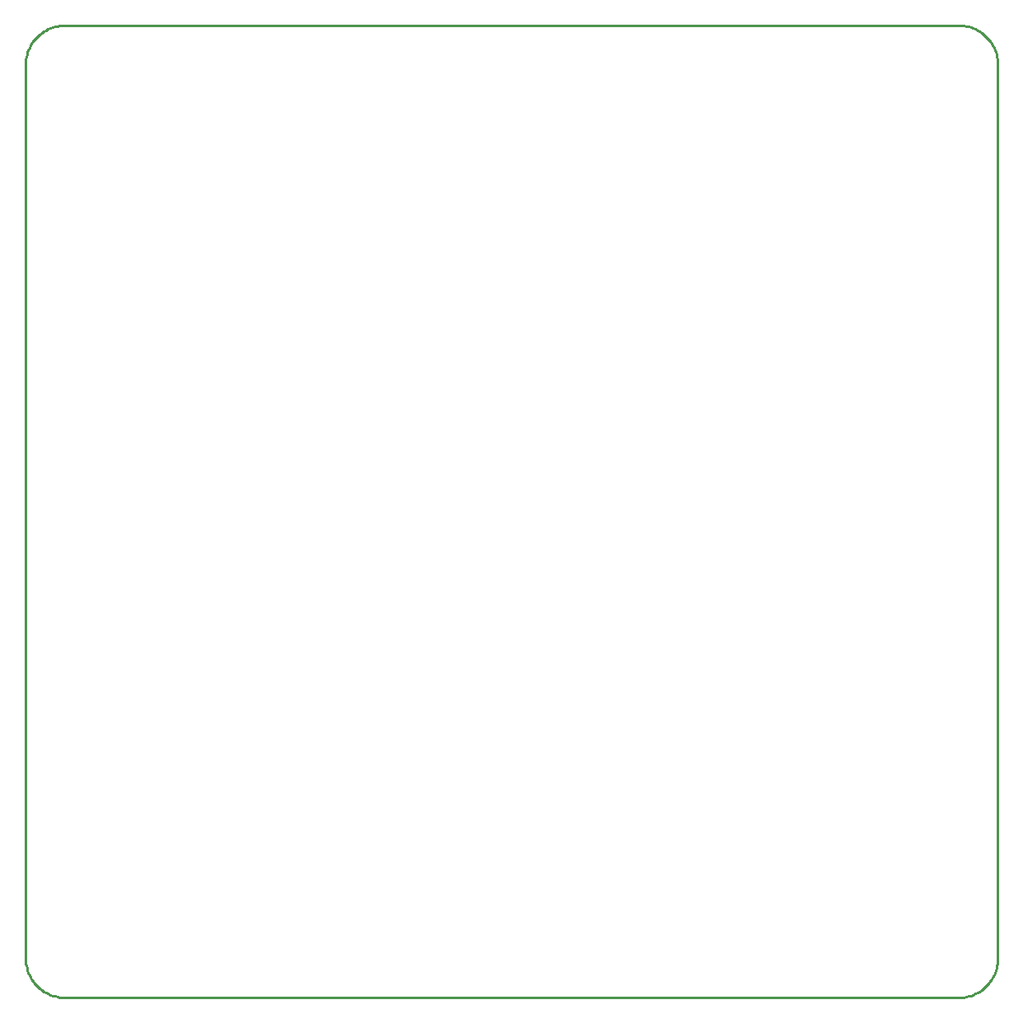
<source format=gm1>
G04*
G04 #@! TF.GenerationSoftware,Altium Limited,Altium Designer,21.3.2 (30)*
G04*
G04 Layer_Color=16711935*
%FSLAX25Y25*%
%MOIN*%
G70*
G04*
G04 #@! TF.SameCoordinates,3938395F-A7AF-4B3E-ABAE-92C8EBC603DF*
G04*
G04*
G04 #@! TF.FilePolarity,Positive*
G04*
G01*
G75*
%ADD17C,0.01000*%
D17*
X377953Y0D02*
X378941Y31D01*
X379926Y124D01*
X380904Y279D01*
X381869Y495D01*
X382819Y771D01*
X383750Y1106D01*
X384658Y1499D01*
X385539Y1948D01*
X386391Y2451D01*
X387209Y3008D01*
X387991Y3614D01*
X388733Y4268D01*
X389433Y4968D01*
X390087Y5710D01*
X390693Y6492D01*
X391249Y7310D01*
X391753Y8161D01*
X392202Y9043D01*
X392595Y9951D01*
X392930Y10882D01*
X393206Y11832D01*
X393422Y12797D01*
X393577Y13774D01*
X393670Y14759D01*
X393701Y15748D01*
X15748Y393701D02*
X14759Y393670D01*
X13774Y393577D01*
X12797Y393422D01*
X11832Y393206D01*
X10881Y392930D01*
X9951Y392595D01*
X9043Y392202D01*
X8161Y391753D01*
X7310Y391249D01*
X6492Y390693D01*
X5710Y390087D01*
X4968Y389433D01*
X4268Y388733D01*
X3614Y387991D01*
X3008Y387209D01*
X2451Y386391D01*
X1948Y385540D01*
X1499Y384658D01*
X1106Y383750D01*
X771Y382819D01*
X495Y381869D01*
X279Y380904D01*
X124Y379927D01*
X31Y378942D01*
X-0Y377953D01*
X393701D02*
X393670Y378942D01*
X393577Y379927D01*
X393422Y380904D01*
X393206Y381869D01*
X392930Y382819D01*
X392595Y383750D01*
X392202Y384658D01*
X391753Y385540D01*
X391249Y386391D01*
X390693Y387209D01*
X390087Y387991D01*
X389433Y388733D01*
X388733Y389433D01*
X387991Y390087D01*
X387209Y390693D01*
X386391Y391249D01*
X385539Y391753D01*
X384658Y392202D01*
X383750Y392595D01*
X382819Y392930D01*
X381869Y393206D01*
X380904Y393422D01*
X379926Y393577D01*
X378942Y393670D01*
X377953Y393701D01*
X-0Y15748D02*
X31Y14759D01*
X124Y13774D01*
X279Y12797D01*
X495Y11832D01*
X771Y10882D01*
X1106Y9951D01*
X1499Y9043D01*
X1948Y8161D01*
X2451Y7310D01*
X3008Y6492D01*
X3614Y5710D01*
X4268Y4968D01*
X4968Y4268D01*
X5710Y3614D01*
X6492Y3008D01*
X7310Y2451D01*
X8161Y1948D01*
X9043Y1499D01*
X9951Y1106D01*
X10882Y771D01*
X11832Y495D01*
X12797Y279D01*
X13774Y124D01*
X14759Y31D01*
X15748Y-0D01*
X-0Y15748D02*
Y377953D01*
X15748Y393701D02*
X377953D01*
X393701Y15748D02*
Y377953D01*
X15712Y0D02*
X377953D01*
M02*

</source>
